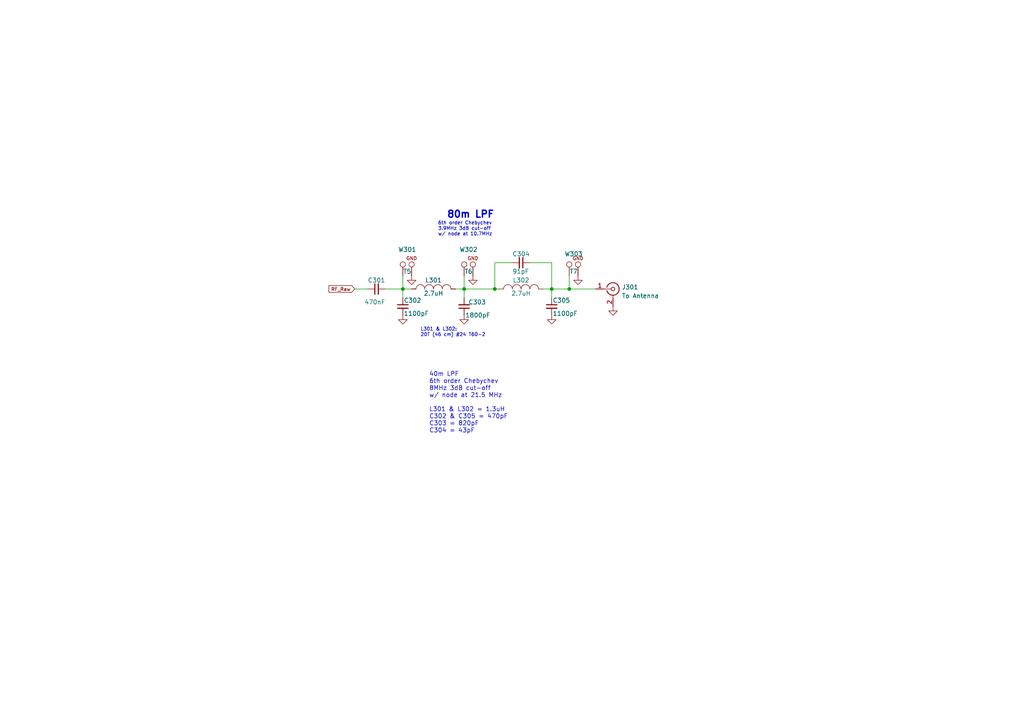
<source format=kicad_sch>
(kicad_sch (version 20211123) (generator eeschema)
  (paper "A4")
  (title_block (title "SignalSlinger") (date "2023-11-21") (rev "2.1"))
  (lib_symbols
    (symbol "Connector:Conn_Coaxial" (pin_names (offset 1.016) hide)
      (property "Reference" "J" (at 0.254 3.048 0))
      (property "Value" "Conn_Coaxial" (at 2.921 0 90))
      (symbol "Conn_Coaxial_0_1"
        (arc (start -1.778 -0.508) (mid 0.2311 -1.8066) (end 1.778 0) (stroke (width 0.254)))
        (polyline (pts (xy -2.54 0) (xy -0.508 0)))
        (polyline (pts (xy 0 -2.54) (xy 0 -1.778)))
        (circle (center 0 0) (radius 0.508) (stroke (width 0.2032)))
        (arc (start 1.778 0) (mid 0.2099 1.8101) (end -1.778 0.508) (stroke (width 0.254)))
      )
      (symbol "Conn_Coaxial_1_1"
        (pin passive line (at -5.08 0 0) (length 2.54) (name "In") (number "1"))
        (pin passive line (at 0 -5.08 90) (length 2.54) (name "Ext") (number "2"))
      )
    )
    (symbol "Connector:TEST_SCOPE" (pin_numbers hide) (pin_names (offset 0.762) hide)
      (property "Reference" "W101" (at 0 5.08 90))
      (property "Value" "TEST_SCOPE" (at -1.27 1.27 90))
      (symbol "TEST_SCOPE_0_0"
        (text "GND" (at 2.54 5.08 0) (effects (font (size 0.9906 0.9906))))
      )
      (symbol "TEST_SCOPE_0_1"
        (circle (center 0 3.302) (radius 0.762))
        (circle (center 2.54 3.302) (radius 0.762))
      )
      (symbol "TEST_SCOPE_1_1"
        (pin passive line (at 0 0 90) (length 2.54) (name "1") (number "1"))
        (pin input line (at 2.54 0 90) (length 2.54) (name "GND") (number "2"))
      )
    )
    (symbol "Device:C_Small" (pin_numbers hide) (pin_names (offset 0.254) hide)
      (property "Reference" "C" (at 0.254 1.778 0))
      (property "Value" "C_Small" (at 0.254 -2.032 0))
      (symbol "C_Small_0_1"
        (polyline (pts (xy -1.524 -0.508) (xy 1.524 -0.508)) (stroke (width 0.3302)))
        (polyline (pts (xy -1.524 0.508) (xy 1.524 0.508)) (stroke (width 0.3048)))
      )
      (symbol "C_Small_1_1"
        (pin passive line (at 0 2.54 270) (length 2.032) (name "~") (number "1"))
        (pin passive line (at 0 -2.54 90) (length 2.032) (name "~") (number "2"))
      )
    )
    (symbol "Device:INDUCTOR_SMALL" (pin_numbers hide) (pin_names (offset 0) hide)
      (property "Reference" "L301" (at 0 2.54 0))
      (property "Value" "INDUCTOR_SMALL" (at 0 -1.27 0))
      (symbol "INDUCTOR_SMALL_0_1"
        (arc (start -2.54 0) (mid -3.81 1.27) (end -5.08 0))
        (arc (start 0 0) (mid -1.27 1.27) (end -2.54 0))
        (arc (start 2.54 0) (mid 1.27 1.27) (end 0 0))
        (arc (start 5.08 0) (mid 3.81 1.27) (end 2.54 0))
      )
      (symbol "INDUCTOR_SMALL_1_1"
        (pin input line (at -6.35 0 0) (length 1.27) (name "1") (number "1"))
        (pin input line (at 6.35 0 180) (length 1.27) (name "2") (number "2"))
      )
    )
    (symbol "power:GND" (power) (pin_names (offset 0))
      (property "Value" "GND" (at 0 -3.81 0))
      (symbol "GND_0_1"
        (polyline (pts (xy 0 0) (xy 0 -1.27) (xy 1.27 -1.27) (xy 0 -2.54) (xy -1.27 -1.27) (xy 0 -1.27)))
      )
      (symbol "GND_1_1"
        (pin power_in line (at 0 0 270) (length 0) hide (name "GND") (number "1"))
      )
    )
  )
  (junction (at 165.1 83.82))
  (junction (at 134.62 83.82))
  (junction (at 143.51 83.82))
  (junction (at 116.84 83.82))
  (junction (at 160.02 83.82))
  (wire (pts (xy 116.84 83.82) (xy 116.84 86.36)))
  (wire (pts (xy 143.51 83.82) (xy 144.78 83.82)))
  (wire (pts (xy 116.84 80.01) (xy 116.84 83.82)))
  (wire (pts (xy 134.62 83.82) (xy 134.62 86.36)))
  (wire (pts (xy 134.62 80.01) (xy 134.62 83.82)))
  (wire (pts (xy 111.76 83.82) (xy 116.84 83.82)))
  (wire (pts (xy 157.48 83.82) (xy 160.02 83.82)))
  (wire (pts (xy 116.84 83.82) (xy 119.38 83.82)))
  (wire (pts (xy 143.51 76.2) (xy 143.51 83.82)))
  (wire (pts (xy 153.67 76.2) (xy 160.02 76.2)))
  (wire (pts (xy 132.08 83.82) (xy 134.62 83.82)))
  (wire (pts (xy 148.59 76.2) (xy 143.51 76.2)))
  (wire (pts (xy 160.02 83.82) (xy 160.02 86.36)))
  (wire (pts (xy 102.87 83.82) (xy 106.68 83.82)))
  (wire (pts (xy 160.02 83.82) (xy 165.1 83.82)))
  (wire (pts (xy 165.1 80.01) (xy 165.1 83.82)))
  (wire (pts (xy 160.02 76.2) (xy 160.02 83.82)))
  (wire (pts (xy 165.1 83.82) (xy 172.72 83.82)))
  (wire (pts (xy 134.62 83.82) (xy 143.51 83.82)))
  (text "6th order Chebychev\n3.9MHz 3dB cut-off\nw/ node at 10.7MHz" (at 127 68.58 0) (effects (font (size 0.9906 0.9906)) (justify left bottom)))
  (text "40m LPF\n6th order Chebychev\n8MHz 3dB cut-off\nw/ node at 21.5 MHz\n\nL301 & L302 = 1.3uH\nC302 & C305 = 470pF\nC303 = 820pF\nC304 = 43pF" (at 124.46 125.73 0) (effects (font (size 1.27 1.27)) (justify left bottom)))
  (text "L301 & L302:\n20T (46 cm) #24 T60-2 " (at 121.92 97.79 0) (effects (font (size 0.9906 0.9906)) (justify left bottom)))
  (text "80m LPF" (at 129.54 63.5 0) (effects (font (size 2.0066 2.0066) (thickness 0.4013) bold) (justify left bottom)))
  (global_label "RF_Raw" (shape input) (at 102.87 83.82 180) (effects (font (size 1 1))) (property "Intersheet References" "${INTERSHEET_REFS}" (effects hide)))
  (symbol (lib_id "Device:C_Small") (at 134.62 88.9 180) (unit 1)
    (property "Reference" "C303" (at 140.97 87.63 0) (effects (justify left)))
    (property "Value" "1800pF" (at 142.24 91.44 0) (effects (justify left)))
    (property "Footprint" "Capacitor_THT:C_Rect_L7.0mm_W2.5mm_P5.00mm" (effects hide))
    (property "Manufacturer" "KEMET" (effects hide))
    (property "Manufacturer PN" "C325C182JAG5TA" (effects hide))
    (property "Description" "CAP CER 1800PF 250V C0G 5.08mm" (effects hide))
  )
  (symbol (lib_id "Device:C_Small") (at 160.02 88.9 0) (unit 1)
    (property "Reference" "C305" (at 160.274 87.122 0) (effects (justify left)))
    (property "Value" "1100pF" (at 160.274 90.932 0) (effects (justify left)))
    (property "Footprint" "Capacitor_THT:C_Rect_L7.0mm_W2.5mm_P5.00mm" (effects hide))
    (property "Manufacturer" "KEMET" (effects hide))
    (property "Manufacturer PN" "C325C112KAG5TA" (effects hide))
    (property "Description" "CAP CER 1100PF 250V NP0 5.08mm" (effects hide))
  )
  (symbol (lib_id "Device:INDUCTOR_SMALL") (at 151.13 83.82 0) (unit 1)
    (property "Reference" "L302" (at 151.13 81.28 0))
    (property "Value" "2.7uH" (at 151.13 85.09 0))
    (property "Footprint" "Inductors:Toroid_T-60_2TH" (effects hide))
    (property "Digi-Key Part No." "T60-2 (Amidon)" (effects hide))
    (property "Link" "http://www.amidoncorp.com/t60-2/" (effects hide))
    (property "Manufacturer" "TH" (effects hide))
    (property "Manufacturer PN" "TH" (effects hide))
    (property "Description" "TH" (effects hide))
  )
  (symbol (lib_id "Device:INDUCTOR_SMALL") (at 125.73 83.82 0) (unit 1)
    (property "Reference" "L301" (at 125.73 81.28 0))
    (property "Value" "2.7uH" (at 125.73 85.09 0))
    (property "Footprint" "Inductors:Toroid_T-60_2TH" (effects hide))
    (property "Digi-Key Part No." "T60-2 (Amidon)" (effects hide))
    (property "Link" "http://www.amidoncorp.com/t60-2/" (effects hide))
    (property "Manufacturer" "TH" (effects hide))
    (property "Manufacturer PN" "TH" (effects hide))
    (property "Description" "TH" (effects hide))
  )
  (symbol (lib_id "Connector:TEST_SCOPE") (at 165.1 80.01 0) (unit 1)
    (property "Reference" "W303" (at 166.37 73.66 0))
    (property "Value" "T7" (at 166.37 78.74 0))
    (property "Footprint" "Measurement:Measurement_Point_ScopeProbe_Round-SMD-2sides-Pad_Small" (effects hide))
    (property "Digi-Key Part No." "np" (effects hide))
    (property "Link" "np" (effects hide))
  )
  (symbol (lib_id "Device:C_Small") (at 109.22 83.82 90) (unit 1)
    (property "Reference" "C301" (at 111.76 81.28 90) (effects (justify left)))
    (property "Value" "470nF" (at 111.76 87.63 90) (effects (justify left)))
    (property "Footprint" "Capacitor_SMD:C_0805_2012Metric" (effects hide))
    (property "Digi-Key Part No." "478-9924-1-ND" (effects hide))
    (property "Link" "https://www.digikey.com/products/en?keywords=478-9924-1-ND" (effects hide))
    (property "Manufacturer" "AVX Corporation" (effects hide))
    (property "Manufacturer PN" "08051C474K4Z2A" (effects hide))
    (property "Description" "CAP CER 0.47UF 100V X7R 0805" (effects hide))
    (property "LCSC Part Number" "C342818" (effects hide))
  )
  (symbol (lib_id "Device:C_Small") (at 151.13 76.2 270) (unit 1)
    (property "Reference" "C304" (at 148.59 73.66 90) (effects (justify left)))
    (property "Value" "91pF" (at 148.59 78.74 90) (effects (justify left)))
    (property "Footprint" "Capacitor_THT:C_Rect_L7.0mm_W2.5mm_P5.00mm" (effects hide))
    (property "Manufacturer" "KEMET" (effects hide))
    (property "Manufacturer PN" "C325C910JAG5TA" (effects hide))
    (property "Description" "CAP CER 91PF 250V NP0 5.08mm" (effects hide))
  )
  (symbol (lib_id "power:GND") (at 160.02 91.44 0) (unit 1)
    (property "Reference" "#PWR0305" (effects hide))
    (property "Value" "GND" (effects hide))
  )
  (symbol (lib_id "Connector:TEST_SCOPE") (at 116.84 80.01 0) (unit 1)
    (property "Reference" "W301" (at 118.11 72.39 0))
    (property "Value" "T5" (at 118.11 78.74 0))
    (property "Footprint" "Measurement:Measurement_Point_ScopeProbe_Round-SMD-2sides-Pad_Small" (effects hide))
    (property "Digi-Key Part No." "np" (effects hide))
    (property "Link" "np" (effects hide))
  )
  (symbol (lib_id "power:GND") (at 116.84 91.44 0) (unit 1)
    (property "Reference" "#PWR0301" (effects hide))
    (property "Value" "GND" (effects hide))
  )
  (symbol (lib_id "Connector:TEST_SCOPE") (at 134.62 80.01 0) (unit 1)
    (property "Reference" "W302" (at 135.89 72.39 0))
    (property "Value" "T6" (at 135.89 78.74 0))
    (property "Footprint" "Measurement:Measurement_Point_ScopeProbe_Round-SMD-2sides-Pad_Small" (effects hide))
    (property "Digi-Key Part No." "np" (effects hide))
    (property "Link" "np" (effects hide))
  )
  (symbol (lib_id "power:GND") (at 167.64 80.01 0) (unit 1)
    (property "Reference" "#PWR0306" (effects hide))
    (property "Value" "GND" (effects hide))
  )
  (symbol (lib_id "Connector:Conn_Coaxial") (at 177.8 83.82 0) (unit 1)
    (property "Reference" "J301" (at 180.3401 83.2785 0) (effects (justify left)))
    (property "Value" "To Antenna" (at 180.3401 85.8154 0) (effects (justify left)))
    (property "Footprint" "Connector_Coaxial:BNC_Amphenol_B6252HB-NPP3G-50_Horizontal" (effects hide))
    (property "Digi-Key Part No." "ARF1065-ND" (effects hide))
    (property "Link" "https://www.digikey.com/en/products/detail/amphenol-rf/31-5431/80179?utm_adgroup=Coaxial%20Connectors%20%28RF%29&utm_source=google&utm_medium=cpc&utm_campaign=Shopping_Product_Connectors%2C%20Interconnects&utm_term=&utm_content=Coaxial%20Connectors%20%28RF%29&gclid=Cj0KCQjw1rqkBhCTARIsAAHz7K07BKQI4hz-lx2UKWOAkhojF887qRyZwSAGP9HUwnWBejkHZJLi92kaAsMsEALw_wcB" (effects hide))
    (property "Manufacturer" "Amphenol RF" (effects hide))
    (property "Manufacturer PN" "31-5431" (effects hide))
    (property "Description" "CONN BNC JACK R/A 50 OHM PCB" (effects hide))
  )
  (symbol (lib_id "power:GND") (at 134.62 91.44 0) (unit 1)
    (property "Reference" "#PWR0303" (effects hide))
    (property "Value" "GND" (effects hide))
  )
  (symbol (lib_id "power:GND") (at 177.8 88.9 0) (unit 1)
    (property "Reference" "#PWR0307" (effects hide))
    (property "Value" "GND" (effects hide))
  )
  (symbol (lib_id "power:GND") (at 137.16 80.01 0) (unit 1)
    (property "Reference" "#PWR0304" (effects hide))
    (property "Value" "GND" (effects hide))
  )
  (symbol (lib_id "Device:C_Small") (at 116.84 88.9 0) (unit 1)
    (property "Reference" "C302" (at 117.094 87.122 0) (effects (justify left)))
    (property "Value" "1100pF" (at 117.094 90.932 0) (effects (justify left)))
    (property "Footprint" "Capacitor_THT:C_Rect_L7.0mm_W2.5mm_P5.00mm" (effects hide))
    (property "Manufacturer" "KEMET" (effects hide))
    (property "Manufacturer PN" "C325C112KAG5TA" (effects hide))
    (property "Description" "CAP CER 1100PF 250V NP0 5.08mm" (effects hide))
  )
  (symbol (lib_id "power:GND") (at 119.38 80.01 0) (unit 1)
    (property "Reference" "#PWR0302" (effects hide))
    (property "Value" "GND" (effects hide))
  )
)
</source>
